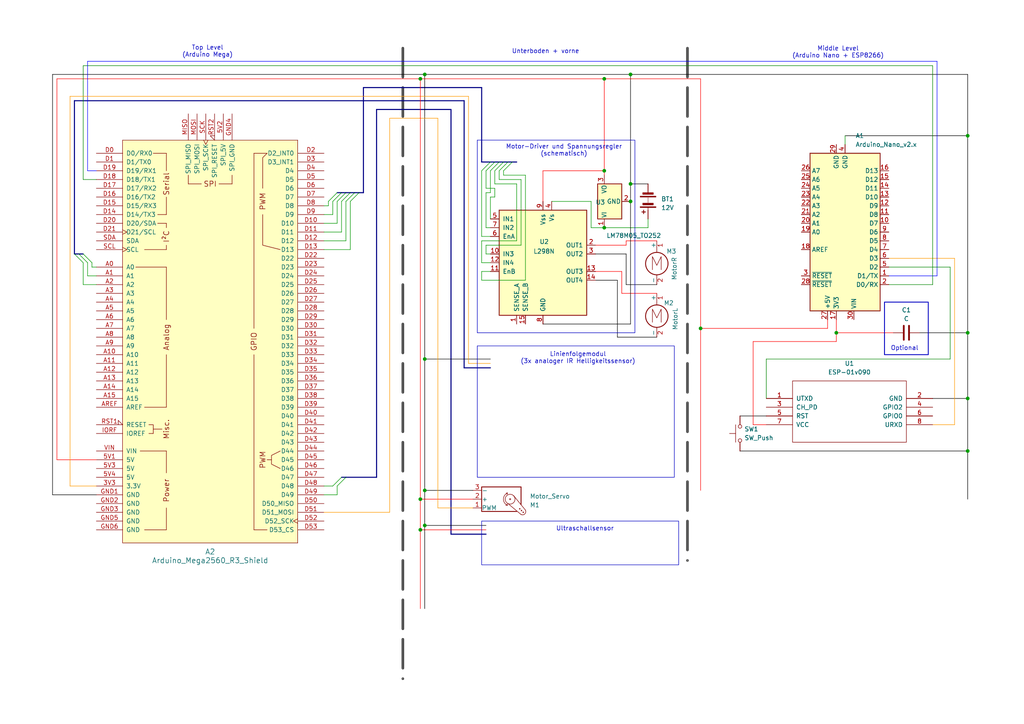
<source format=kicad_sch>
(kicad_sch (version 20231120) (generator "eeschema") (generator_version "8.0")
  (paper "A4")
  (title_block (title "PiXCar Verkabelung") (rev "2024-06-19"))
  (lib_symbols
    (symbol "Device:Battery" (pin_numbers hide) (pin_names (offset 0) hide)
      (property "Reference" "BT" (at 2.54 2.54 0))
      (property "Value" "Battery" (at 2.54 0 0))
      (symbol "Battery_0_1"
        (rectangle (start -2.286 -1.27) (end 2.286 -1.524) (fill (type outline)))
        (rectangle (start -2.286 1.778) (end 2.286 1.524) (fill (type outline)))
        (rectangle (start -1.524 -2.032) (end 1.524 -2.54) (fill (type outline)))
        (rectangle (start -1.524 1.016) (end 1.524 0.508) (fill (type outline)))
        (polyline (pts (xy 0 -1.016) (xy 0 -0.762)))
        (polyline (pts (xy 0 -0.508) (xy 0 -0.254)))
        (polyline (pts (xy 0 0) (xy 0 0.254)))
        (polyline (pts (xy 0 1.778) (xy 0 2.54)))
        (polyline (pts (xy 0.762 3.048) (xy 1.778 3.048)) (stroke (width 0.254)))
        (polyline (pts (xy 1.27 3.556) (xy 1.27 2.54)) (stroke (width 0.254)))
      )
      (symbol "Battery_1_1"
        (pin passive line (at 0 5.08 270) (length 2.54) (name "+") (number "1"))
        (pin passive line (at 0 -5.08 90) (length 2.54) (name "-") (number "2"))
      )
    )
    (symbol "Device:C" (pin_numbers hide) (pin_names (offset 0.254))
      (property "Reference" "C" (at 0.635 2.54 0))
      (property "Value" "C" (at 0.635 -2.54 0))
      (symbol "C_0_1"
        (polyline (pts (xy -2.032 -0.762) (xy 2.032 -0.762)) (stroke (width 0.508)))
        (polyline (pts (xy -2.032 0.762) (xy 2.032 0.762)) (stroke (width 0.508)))
      )
      (symbol "C_1_1"
        (pin passive line (at 0 3.81 270) (length 2.794) (name "~") (number "1"))
        (pin passive line (at 0 -3.81 90) (length 2.794) (name "~") (number "2"))
      )
    )
    (symbol "Driver_Motor:L298N" (pin_names (offset 1.016))
      (property "Reference" "U" (at -10.16 16.51 0))
      (property "Value" "L298N" (at 12.7 16.51 0))
      (symbol "L298N_0_1"
        (rectangle (start -12.7 15.24) (end 12.7 -15.24) (stroke (width 0.254)) (fill (type background)))
      )
      (symbol "L298N_1_1"
        (pin power_in line (at -7.62 -17.78 90) (length 2.54) (name "SENSE_A") (number "1"))
        (pin input line (at -15.24 2.54 0) (length 2.54) (name "IN3") (number "10"))
        (pin input line (at -15.24 -2.54 0) (length 2.54) (name "EnB") (number "11"))
        (pin input line (at -15.24 0 0) (length 2.54) (name "IN4") (number "12"))
        (pin output line (at 15.24 -2.54 180) (length 2.54) (name "OUT3") (number "13"))
        (pin output line (at 15.24 -5.08 180) (length 2.54) (name "OUT4") (number "14"))
        (pin power_in line (at -5.08 -17.78 90) (length 2.54) (name "SENSE_B") (number "15"))
        (pin output line (at 15.24 5.08 180) (length 2.54) (name "OUT1") (number "2"))
        (pin output line (at 15.24 2.54 180) (length 2.54) (name "OUT2") (number "3"))
        (pin power_in line (at 2.54 17.78 270) (length 2.54) (name "Vs") (number "4"))
        (pin input line (at -15.24 12.7 0) (length 2.54) (name "IN1") (number "5"))
        (pin input line (at -15.24 7.62 0) (length 2.54) (name "EnA") (number "6"))
        (pin input line (at -15.24 10.16 0) (length 2.54) (name "IN2") (number "7"))
        (pin power_in line (at 0 -17.78 90) (length 2.54) (name "GND") (number "8"))
        (pin power_in line (at 0 17.78 270) (length 2.54) (name "Vss") (number "9"))
      )
    )
    (symbol "GITHUB_kicad-ESP8266:ESP-01v090" (pin_names (offset 1.016))
      (property "Reference" "U" (at 0 -2.54 0))
      (property "Value" "ESP-01v090" (at 0 2.54 0))
      (symbol "ESP-01v090_1_0"
        (rectangle (start -16.51 -8.89) (end 16.51 8.89))
      )
      (symbol "ESP-01v090_1_1"
        (pin output line (at -24.13 3.81 0) (length 7.62) (name "UTXD") (number "1"))
        (pin power_in line (at 24.13 3.81 180) (length 7.62) (name "GND") (number "2"))
        (pin input line (at -24.13 1.27 0) (length 7.62) (name "CH_PD") (number "3"))
        (pin tri_state line (at 24.13 1.27 180) (length 7.62) (name "GPIO2") (number "4"))
        (pin input line (at -24.13 -1.27 0) (length 7.62) (name "RST") (number "5"))
        (pin tri_state line (at 24.13 -1.27 180) (length 7.62) (name "GPIO0") (number "6"))
        (pin power_in line (at -24.13 -3.81 0) (length 7.62) (name "VCC") (number "7"))
        (pin input line (at 24.13 -3.81 180) (length 7.62) (name "URXD") (number "8"))
      )
    )
    (symbol "MCU_Module:Arduino_Nano_v2.x"
      (property "Reference" "A" (at -10.16 23.495 0))
      (property "Value" "Arduino_Nano_v2.x" (at 5.08 -24.13 0))
      (symbol "Arduino_Nano_v2.x_0_1"
        (rectangle (start -10.16 22.86) (end 10.16 -22.86) (stroke (width 0.254)) (fill (type background)))
      )
      (symbol "Arduino_Nano_v2.x_1_1"
        (pin bidirectional line (at -12.7 12.7 0) (length 2.54) (name "D1/TX") (number "1"))
        (pin bidirectional line (at -12.7 -2.54 0) (length 2.54) (name "D7") (number "10"))
        (pin bidirectional line (at -12.7 -5.08 0) (length 2.54) (name "D8") (number "11"))
        (pin bidirectional line (at -12.7 -7.62 0) (length 2.54) (name "D9") (number "12"))
        (pin bidirectional line (at -12.7 -10.16 0) (length 2.54) (name "D10") (number "13"))
        (pin bidirectional line (at -12.7 -12.7 0) (length 2.54) (name "D11") (number "14"))
        (pin bidirectional line (at -12.7 -15.24 0) (length 2.54) (name "D12") (number "15"))
        (pin bidirectional line (at -12.7 -17.78 0) (length 2.54) (name "D13") (number "16"))
        (pin power_out line (at 2.54 25.4 270) (length 2.54) (name "3V3") (number "17"))
        (pin input line (at 12.7 5.08 180) (length 2.54) (name "AREF") (number "18"))
        (pin bidirectional line (at 12.7 0 180) (length 2.54) (name "A0") (number "19"))
        (pin bidirectional line (at -12.7 15.24 0) (length 2.54) (name "D0/RX") (number "2"))
        (pin bidirectional line (at 12.7 -2.54 180) (length 2.54) (name "A1") (number "20"))
        (pin bidirectional line (at 12.7 -5.08 180) (length 2.54) (name "A2") (number "21"))
        (pin bidirectional line (at 12.7 -7.62 180) (length 2.54) (name "A3") (number "22"))
        (pin bidirectional line (at 12.7 -10.16 180) (length 2.54) (name "A4") (number "23"))
        (pin bidirectional line (at 12.7 -12.7 180) (length 2.54) (name "A5") (number "24"))
        (pin bidirectional line (at 12.7 -15.24 180) (length 2.54) (name "A6") (number "25"))
        (pin bidirectional line (at 12.7 -17.78 180) (length 2.54) (name "A7") (number "26"))
        (pin power_out line (at 5.08 25.4 270) (length 2.54) (name "+5V") (number "27"))
        (pin input line (at 12.7 15.24 180) (length 2.54) (name "~{RESET}") (number "28"))
        (pin power_in line (at 2.54 -25.4 90) (length 2.54) (name "GND") (number "29"))
        (pin input line (at 12.7 12.7 180) (length 2.54) (name "~{RESET}") (number "3"))
        (pin power_in line (at -2.54 25.4 270) (length 2.54) (name "VIN") (number "30"))
        (pin power_in line (at 0 -25.4 90) (length 2.54) (name "GND") (number "4"))
        (pin bidirectional line (at -12.7 10.16 0) (length 2.54) (name "D2") (number "5"))
        (pin bidirectional line (at -12.7 7.62 0) (length 2.54) (name "D3") (number "6"))
        (pin bidirectional line (at -12.7 5.08 0) (length 2.54) (name "D4") (number "7"))
        (pin bidirectional line (at -12.7 2.54 0) (length 2.54) (name "D5") (number "8"))
        (pin bidirectional line (at -12.7 0 0) (length 2.54) (name "D6") (number "9"))
      )
    )
    (symbol "Motor:Motor_DC" (pin_names (offset 0))
      (property "Reference" "M" (at 2.54 2.54 0))
      (property "Value" "Motor_DC" (at 2.54 -5.08 0))
      (symbol "Motor_DC_0_0"
        (polyline (pts (xy -1.27 -3.302) (xy -1.27 0.508) (xy 0 -2.032) (xy 1.27 0.508) (xy 1.27 -3.302)))
      )
      (symbol "Motor_DC_0_1"
        (circle (center 0 -1.524) (radius 3.2512) (stroke (width 0.254)))
        (polyline (pts (xy 0 -7.62) (xy 0 -7.112)))
        (polyline (pts (xy 0 -4.7752) (xy 0 -5.1816)))
        (polyline (pts (xy 0 1.7272) (xy 0 2.0828)))
        (polyline (pts (xy 0 2.032) (xy 0 2.54)))
      )
      (symbol "Motor_DC_1_1"
        (pin passive line (at 0 5.08 270) (length 2.54) (name "+") (number "1"))
        (pin passive line (at 0 -7.62 90) (length 2.54) (name "-") (number "2"))
      )
    )
    (symbol "Motor:Motor_Servo" (pin_names (offset 0.0254))
      (property "Reference" "M" (at -5.08 4.445 0))
      (property "Value" "Motor_Servo" (at -5.08 -4.064 0))
      (symbol "Motor_Servo_0_1"
        (polyline (pts (xy 2.413 -1.778) (xy 2.032 -1.778)))
        (polyline (pts (xy 2.413 -1.778) (xy 2.286 -1.397)))
        (polyline (pts (xy 2.413 1.778) (xy 1.905 1.778)))
        (polyline (pts (xy 2.413 1.778) (xy 2.286 1.397)))
        (polyline (pts (xy 6.35 4.445) (xy 2.54 1.27)))
        (polyline (pts (xy 7.62 3.175) (xy 4.191 -1.016)))
        (polyline (pts (xy 5.08 3.556) (xy -5.08 3.556) (xy -5.08 -3.556) (xy 6.35 -3.556) (xy 6.35 1.524)) (stroke (width 0.254)))
        (arc (start 2.413 1.778) (mid 1.2406 0) (end 2.413 -1.778))
        (circle (center 3.175 0) (radius 0.1778))
        (circle (center 3.175 0) (radius 1.4224))
        (circle (center 5.969 2.794) (radius 0.127))
        (circle (center 6.477 3.302) (radius 0.127))
        (circle (center 6.985 3.81) (radius 0.127))
        (arc (start 7.62 3.175) (mid 7.4485 4.2735) (end 6.35 4.445))
      )
      (symbol "Motor_Servo_1_1"
        (pin passive line (at -7.62 2.54 0) (length 2.54) (name "PWM") (number "1"))
        (pin passive line (at -7.62 0 0) (length 2.54) (name "+") (number "2"))
        (pin passive line (at -7.62 -2.54 0) (length 2.54) (name "-") (number "3"))
      )
    )
    (symbol "PCM_arduino-library:Arduino_Mega2560_R3_Shield" (pin_names (offset 1.016))
      (property "Reference" "A" (at 0 -62.23 0))
      (property "Value" "Arduino_Mega2560_R3_Shield" (at 0 -66.04 0))
      (symbol "Arduino_Mega2560_R3_Shield_0_0"
        (rectangle (start -25.4 -58.42) (end 25.4 58.42) (fill (type background)))
        (rectangle (start -20.32 -31.75) (end -12.7 -31.75))
        (rectangle (start -19.05 -54.61) (end -12.7 -54.61))
        (rectangle (start -19.05 -19.05) (end -12.7 -19.05))
        (rectangle (start -19.05 26.67) (end -12.7 26.67))
        (rectangle (start -17.78 -26.67) (end -16.51 -26.67))
        (rectangle (start -17.78 -24.13) (end -16.51 -24.13))
        (rectangle (start -16.51 -25.4) (end -13.97 -25.4))
        (rectangle (start -16.51 -24.13) (end -16.51 -26.67))
        (rectangle (start -16.51 54.61) (end -12.7 54.61))
        (rectangle (start -15.24 34.29) (end -12.7 34.29))
        (rectangle (start -15.24 36.83) (end -12.7 36.83))
        (rectangle (start -12.7 -54.61) (end -12.7 -48.26))
        (rectangle (start -12.7 -31.75) (end -12.7 -38.1))
        (rectangle (start -12.7 26.67) (end -12.7 27.94))
        (rectangle (start -12.7 34.29) (end -12.7 33.02))
        (rectangle (start -12.7 41.91) (end -12.7 36.83))
        (rectangle (start -12.7 49.53) (end -12.7 54.61))
        (rectangle (start -6.35 48.26) (end -6.35 45.72))
        (rectangle (start -2.54 45.72) (end -6.35 45.72))
        (polyline (pts (xy -21.59 21.59) (xy -12.7 21.59)))
        (polyline (pts (xy -12.7 -19.05) (xy -12.7 -3.81)))
        (polyline (pts (xy -12.7 6.35) (xy -12.7 21.59)))
        (polyline (pts (xy 12.7 -54.61) (xy 16.51 -54.61)))
        (polyline (pts (xy 12.7 54.61) (xy 16.51 54.61)))
        (polyline (pts (xy 17.78 -34.29) (xy 16.51 -34.29)))
        (polyline (pts (xy 15.24 36.83) (xy 15.24 27.94) (xy 20.32 26.67)))
        (polyline (pts (xy 15.24 44.45) (xy 15.24 53.34) (xy 16.51 54.61)))
        (polyline (pts (xy 20.32 -31.75) (xy 17.78 -33.02) (xy 17.78 -35.56) (xy 20.32 -36.83)))
        (rectangle (start 6.35 45.72) (end 2.54 45.72))
        (rectangle (start 6.35 48.26) (end 6.35 45.72))
        (text "Analog" (at -12.7 1.27 900) (effects (font (size 1.524 1.524))))
        (text "I²C" (at -12.7 30.48 900) (effects (font (size 1.524 1.524))))
        (text "Misc." (at -12.7 -25.4 900) (effects (font (size 1.524 1.524))))
        (text "Power" (at -12.7 -43.18 900) (effects (font (size 1.524 1.524))))
        (text "PWM" (at 15.24 -34.29 900) (effects (font (size 1.524 1.524))))
        (text "PWM" (at 15.24 40.64 900) (effects (font (size 1.524 1.524))))
        (text "Serial" (at -12.7 45.72 900) (effects (font (size 1.524 1.524))))
        (text "SPI" (at 0 45.72 0) (effects (font (size 1.524 1.524))))
      )
      (symbol "Arduino_Mega2560_R3_Shield_1_0"
        (rectangle (start 12.7 -54.61) (end 12.7 -3.81))
        (rectangle (start 12.7 54.61) (end 12.7 3.81))
        (text "GPIO" (at 12.7 0 900) (effects (font (size 1.524 1.524))))
      )
      (symbol "Arduino_Mega2560_R3_Shield_1_1"
        (pin power_out line (at -33.02 -41.91 0) (length 7.62) (name "3.3V") (number "3V3"))
        (pin power_in line (at -33.02 -34.29 0) (length 7.62) (name "5V") (number "5V1"))
        (pin power_in line (at 3.81 66.04 270) (length 7.62) (name "SPI_5V") (number "5V2"))
        (pin power_in line (at -33.02 -36.83 0) (length 7.62) (name "5V") (number "5V3"))
        (pin power_in line (at -33.02 -39.37 0) (length 7.62) (name "5V") (number "5V4"))
        (pin bidirectional line (at -33.02 21.59 0) (length 7.62) (name "A0") (number "A0"))
        (pin bidirectional line (at -33.02 19.05 0) (length 7.62) (name "A1") (number "A1"))
        (pin bidirectional line (at -33.02 -3.81 0) (length 7.62) (name "A10") (number "A10"))
        (pin bidirectional line (at -33.02 -6.35 0) (length 7.62) (name "A11") (number "A11"))
        (pin bidirectional line (at -33.02 -8.89 0) (length 7.62) (name "A12") (number "A12"))
        (pin bidirectional line (at -33.02 -11.43 0) (length 7.62) (name "A13") (number "A13"))
        (pin bidirectional line (at -33.02 -13.97 0) (length 7.62) (name "A14") (number "A14"))
        (pin bidirectional line (at -33.02 -16.51 0) (length 7.62) (name "A15") (number "A15"))
        (pin bidirectional line (at -33.02 16.51 0) (length 7.62) (name "A2") (number "A2"))
        (pin bidirectional line (at -33.02 13.97 0) (length 7.62) (name "A3") (number "A3"))
        (pin bidirectional line (at -33.02 11.43 0) (length 7.62) (name "A4") (number "A4"))
        (pin bidirectional line (at -33.02 8.89 0) (length 7.62) (name "A5") (number "A5"))
        (pin bidirectional line (at -33.02 6.35 0) (length 7.62) (name "A6") (number "A6"))
        (pin bidirectional line (at -33.02 3.81 0) (length 7.62) (name "A7") (number "A7"))
        (pin bidirectional line (at -33.02 1.27 0) (length 7.62) (name "A8") (number "A8"))
        (pin bidirectional line (at -33.02 -1.27 0) (length 7.62) (name "A9") (number "A9"))
        (pin input line (at -33.02 -19.05 0) (length 7.62) (name "AREF") (number "AREF"))
        (pin bidirectional line (at -33.02 54.61 0) (length 7.62) (name "D0/RX0") (number "D0"))
        (pin bidirectional line (at -33.02 52.07 0) (length 7.62) (name "D1/TX0") (number "D1"))
        (pin bidirectional line (at 33.02 34.29 180) (length 7.62) (name "D10") (number "D10"))
        (pin bidirectional line (at 33.02 31.75 180) (length 7.62) (name "D11") (number "D11"))
        (pin bidirectional line (at 33.02 29.21 180) (length 7.62) (name "D12") (number "D12"))
        (pin bidirectional line (at 33.02 26.67 180) (length 7.62) (name "D13") (number "D13"))
        (pin bidirectional line (at -33.02 36.83 0) (length 7.62) (name "D14/TX3") (number "D14"))
        (pin bidirectional line (at -33.02 39.37 0) (length 7.62) (name "D15/RX3") (number "D15"))
        (pin bidirectional line (at -33.02 41.91 0) (length 7.62) (name "D16/TX2") (number "D16"))
        (pin bidirectional line (at -33.02 44.45 0) (length 7.62) (name "D17/RX2") (number "D17"))
        (pin bidirectional line (at -33.02 46.99 0) (length 7.62) (name "D18/TX1") (number "D18"))
        (pin bidirectional line (at -33.02 49.53 0) (length 7.62) (name "D19/RX1") (number "D19"))
        (pin bidirectional line (at 33.02 54.61 180) (length 7.62) (name "D2_INT0") (number "D2"))
        (pin bidirectional line (at -33.02 34.29 0) (length 7.62) (name "D20/SDA") (number "D20"))
        (pin bidirectional clock (at -33.02 31.75 0) (length 7.62) (name "D21/SCL") (number "D21"))
        (pin bidirectional line (at 33.02 24.13 180) (length 7.62) (name "D22") (number "D22"))
        (pin bidirectional line (at 33.02 21.59 180) (length 7.62) (name "D23") (number "D23"))
        (pin bidirectional line (at 33.02 19.05 180) (length 7.62) (name "D24") (number "D24"))
        (pin bidirectional line (at 33.02 16.51 180) (length 7.62) (name "D25") (number "D25"))
        (pin bidirectional line (at 33.02 13.97 180) (length 7.62) (name "D26") (number "D26"))
        (pin bidirectional line (at 33.02 11.43 180) (length 7.62) (name "D27") (number "D27"))
        (pin bidirectional line (at 33.02 8.89 180) (length 7.62) (name "D28") (number "D28"))
        (pin bidirectional line (at 33.02 6.35 180) (length 7.62) (name "D29") (number "D29"))
        (pin bidirectional line (at 33.02 52.07 180) (length 7.62) (name "D3_INT1") (number "D3"))
        (pin bidirectional line (at 33.02 3.81 180) (length 7.62) (name "D30") (number "D30"))
        (pin bidirectional line (at 33.02 1.27 180) (length 7.62) (name "D31") (number "D31"))
        (pin bidirectional line (at 33.02 -1.27 180) (length 7.62) (name "D32") (number "D32"))
        (pin bidirectional line (at 33.02 -3.81 180) (length 7.62) (name "D33") (number "D33"))
        (pin bidirectional line (at 33.02 -6.35 180) (length 7.62) (name "D34") (number "D34"))
        (pin bidirectional line (at 33.02 -8.89 180) (length 7.62) (name "D35") (number "D35"))
        (pin bidirectional line (at 33.02 -11.43 180) (length 7.62) (name "D36") (number "D36"))
        (pin bidirectional line (at 33.02 -13.97 180) (length 7.62) (name "D37") (number "D37"))
        (pin bidirectional line (at 33.02 -16.51 180) (length 7.62) (name "D38") (number "D38"))
        (pin bidirectional line (at 33.02 -19.05 180) (length 7.62) (name "D39") (number "D39"))
        (pin bidirectional line (at 33.02 49.53 180) (length 7.62) (name "D4") (number "D4"))
        (pin bidirectional line (at 33.02 -21.59 180) (length 7.62) (name "D40") (number "D40"))
        (pin bidirectional line (at 33.02 -24.13 180) (length 7.62) (name "D41") (number "D41"))
        (pin bidirectional line (at 33.02 -26.67 180) (length 7.62) (name "D42") (number "D42"))
        (pin bidirectional line (at 33.02 -29.21 180) (length 7.62) (name "D43") (number "D43"))
        (pin bidirectional line (at 33.02 -31.75 180) (length 7.62) (name "D44") (number "D44"))
        (pin bidirectional line (at 33.02 -34.29 180) (length 7.62) (name "D45") (number "D45"))
        (pin bidirectional line (at 33.02 -36.83 180) (length 7.62) (name "D46") (number "D46"))
        (pin bidirectional line (at 33.02 -39.37 180) (length 7.62) (name "D47") (number "D47"))
        (pin bidirectional line (at 33.02 -41.91 180) (length 7.62) (name "D48") (number "D48"))
        (pin bidirectional line (at 33.02 -44.45 180) (length 7.62) (name "D49") (number "D49"))
        (pin bidirectional line (at 33.02 46.99 180) (length 7.62) (name "D5") (number "D5"))
        (pin bidirectional line (at 33.02 -46.99 180) (length 7.62) (name "D50_MISO") (number "D50"))
        (pin bidirectional line (at 33.02 -49.53 180) (length 7.62) (name "D51_MOSI") (number "D51"))
        (pin bidirectional clock (at 33.02 -52.07 180) (length 7.62) (name "D52_SCK") (number "D52"))
        (pin bidirectional line (at 33.02 -54.61 180) (length 7.62) (name "D53_CS") (number "D53"))
        (pin bidirectional line (at 33.02 44.45 180) (length 7.62) (name "D6") (number "D6"))
        (pin bidirectional line (at 33.02 41.91 180) (length 7.62) (name "D7") (number "D7"))
        (pin bidirectional line (at 33.02 39.37 180) (length 7.62) (name "D8") (number "D8"))
        (pin bidirectional line (at 33.02 36.83 180) (length 7.62) (name "D9") (number "D9"))
        (pin power_in line (at -33.02 -44.45 0) (length 7.62) (name "GND") (number "GND1"))
        (pin power_in line (at -33.02 -46.99 0) (length 7.62) (name "GND") (number "GND2"))
        (pin power_in line (at -33.02 -49.53 0) (length 7.62) (name "GND") (number "GND3"))
        (pin power_in line (at 6.35 66.04 270) (length 7.62) (name "SPI_GND") (number "GND4"))
        (pin power_in line (at -33.02 -52.07 0) (length 7.62) (name "GND") (number "GND5"))
        (pin power_in line (at -33.02 -54.61 0) (length 7.62) (name "GND") (number "GND6"))
        (pin output line (at -33.02 -26.67 0) (length 7.62) (name "IOREF") (number "IORF"))
        (pin input line (at -6.35 66.04 270) (length 7.62) (name "SPI_MISO") (number "MISO"))
        (pin output line (at -3.81 66.04 270) (length 7.62) (name "SPI_MOSI") (number "MOSI"))
        (pin open_collector input_low (at -33.02 -24.13 0) (length 7.62) (name "RESET") (number "RST1"))
        (pin open_collector input_low (at 1.27 66.04 270) (length 7.62) (name "SPI_RESET") (number "RST2"))
        (pin output clock (at -1.27 66.04 270) (length 7.62) (name "SPI_SCK") (number "SCK"))
        (pin bidirectional clock (at -33.02 26.67 0) (length 7.62) (name "SCL") (number "SCL"))
        (pin bidirectional line (at -33.02 29.21 0) (length 7.62) (name "SDA") (number "SDA"))
        (pin power_in line (at -33.02 -31.75 0) (length 7.62) (name "VIN") (number "VIN"))
      )
    )
    (symbol "Regulator_Linear:LM78M05_TO252" (pin_names (offset 0.254))
      (property "Reference" "U" (at -3.81 3.175 0))
      (property "Value" "LM78M05_TO252" (at 0 3.175 0))
      (symbol "LM78M05_TO252_0_1"
        (rectangle (start -5.08 1.905) (end 5.08 -5.08) (stroke (width 0.254)) (fill (type background)))
      )
      (symbol "LM78M05_TO252_1_1"
        (pin power_in line (at -7.62 0 0) (length 2.54) (name "VI") (number "1"))
        (pin power_in line (at 0 -7.62 90) (length 2.54) (name "GND") (number "2"))
        (pin power_out line (at 7.62 0 180) (length 2.54) (name "VO") (number "3"))
      )
    )
    (symbol "Switch:SW_Push" (pin_numbers hide) (pin_names (offset 1.016) hide)
      (property "Reference" "SW" (at 1.27 2.54 0))
      (property "Value" "SW_Push" (at 0 -1.524 0))
      (symbol "SW_Push_0_1"
        (circle (center -2.032 0) (radius 0.508))
        (polyline (pts (xy 0 1.27) (xy 0 3.048)))
        (polyline (pts (xy 2.54 1.27) (xy -2.54 1.27)))
        (circle (center 2.032 0) (radius 0.508))
        (pin passive line (at -5.08 0 0) (length 2.54) (name "1") (number "1"))
        (pin passive line (at 5.08 0 180) (length 2.54) (name "2") (number "2"))
      )
    )
  )
  (junction (at 121.92 153.67))
  (junction (at 123.19 21.59))
  (junction (at 242.57 96.52))
  (junction (at 203.2 95.25))
  (junction (at 280.67 115.57))
  (junction (at 123.19 152.4))
  (junction (at 123.19 104.14))
  (junction (at 182.88 21.59))
  (junction (at 175.26 66.04))
  (junction (at 123.19 142.24))
  (junction (at 175.26 49.53))
  (junction (at 121.92 22.86))
  (junction (at 280.67 39.37))
  (junction (at 182.88 53.34))
  (junction (at 280.67 130.81))
  (junction (at 182.88 58.42))
  (junction (at 280.67 96.52))
  (junction (at 175.26 22.86))
  (junction (at 121.92 144.78))
  (bus_entry (at 97.79 55.88) (size -2.54 2.54))
  (bus_entry (at 21.59 73.66) (size 2.54 2.54))
  (bus_entry (at 22.86 73.66) (size 2.54 2.54))
  (bus_entry (at 142.24 49.53) (size 2.54 -2.54))
  (bus_entry (at 104.14 55.88) (size -2.54 2.54))
  (bus_entry (at 144.78 49.53) (size 2.54 -2.54))
  (bus_entry (at 139.7 49.53) (size 2.54 -2.54))
  (bus_entry (at 99.06 138.43) (size -2.54 2.54))
  (bus_entry (at 100.33 55.88) (size -2.54 2.54))
  (bus_entry (at 143.51 49.53) (size 2.54 -2.54))
  (bus_entry (at 140.97 49.53) (size 2.54 -2.54))
  (bus_entry (at 102.87 55.88) (size -2.54 2.54))
  (bus_entry (at 146.05 49.53) (size 2.54 -2.54))
  (bus_entry (at 100.33 138.43) (size -2.54 2.54))
  (bus_entry (at 24.13 73.66) (size 2.54 2.54))
  (bus_entry (at 99.06 55.88) (size -2.54 2.54))
  (bus_entry (at 101.6 55.88) (size -2.54 2.54))
  (wire (pts (xy 257.81 74.93) (xy 276.86 74.93)) (stroke (width 0) (color 255 153 0 1)))
  (wire (pts (xy 182.88 53.34) (xy 182.88 58.42)) (stroke (width 0) (color 0 0 0 1)))
  (wire (pts (xy 95.25 59.69) (xy 95.25 58.42)))
  (wire (pts (xy 123.19 104.14) (xy 142.24 104.14)) (stroke (width 0) (color 0 0 0 1)))
  (bus (pts (xy 134.62 106.68) (xy 142.24 106.68)))
  (wire (pts (xy 182.88 53.34) (xy 187.96 53.34)) (stroke (width 0) (color 0 0 0 1)))
  (wire (pts (xy 175.26 49.53) (xy 175.26 50.8)) (stroke (width 0) (color 255 0 0 1)))
  (bus (pts (xy 147.32 46.99) (xy 148.59 46.99)))
  (wire (pts (xy 182.88 58.42) (xy 182.88 93.98)) (stroke (width 0) (color 0 0 0 1)))
  (wire (pts (xy 24.13 19.05) (xy 270.51 19.05)) (stroke (width 0) (color 0 132 0 1)))
  (wire (pts (xy 139.7 81.28) (xy 139.7 78.74)))
  (wire (pts (xy 181.61 69.85) (xy 181.61 71.12)) (stroke (width 0) (color 255 0 0 1)))
  (wire (pts (xy 140.97 66.04) (xy 140.97 55.88)))
  (wire (pts (xy 20.32 27.94) (xy 135.89 27.94)) (stroke (width 0) (color 255 153 0 1)))
  (wire (pts (xy 25.4 17.78) (xy 25.4 49.53)) (stroke (width 0) (color 0 0 255 1)))
  (bus (pts (xy 105.41 25.4) (xy 139.7 25.4)))
  (wire (pts (xy 271.78 80.01) (xy 271.78 17.78)) (stroke (width 0) (color 0 0 255 1)))
  (wire (pts (xy 257.81 80.01) (xy 271.78 80.01)) (stroke (width 0) (color 0 0 255 1)))
  (bus (pts (xy 142.24 46.99) (xy 143.51 46.99)))
  (wire (pts (xy 93.98 64.77) (xy 97.79 64.77)))
  (wire (pts (xy 24.13 76.2) (xy 24.13 82.55)))
  (wire (pts (xy 160.02 58.42) (xy 171.45 58.42)))
  (wire (pts (xy 15.24 21.59) (xy 15.24 143.51)) (stroke (width 0) (color 0 0 0 1)))
  (wire (pts (xy 175.26 66.04) (xy 187.96 66.04)))
  (wire (pts (xy 280.67 130.81) (xy 280.67 144.78)) (stroke (width 0) (color 0 0 0 1)))
  (wire (pts (xy 135.89 105.41) (xy 142.24 105.41)) (stroke (width 0) (color 255 153 0 1)))
  (wire (pts (xy 93.98 59.69) (xy 95.25 59.69)))
  (wire (pts (xy 151.13 71.12) (xy 140.97 71.12)))
  (wire (pts (xy 121.92 153.67) (xy 140.97 153.67)) (stroke (width 0) (color 255 0 0 1)))
  (bus (pts (xy 102.87 55.88) (xy 104.14 55.88)))
  (wire (pts (xy 25.4 49.53) (xy 27.94 49.53)) (stroke (width 0) (color 0 0 255 1)))
  (polyline (pts (xy 199.39 13.97) (xy 199.39 162.56)) (stroke (width 0.762) (type dash) (color 72 72 72 1)))
  (wire (pts (xy 140.97 55.88) (xy 142.24 55.88)))
  (wire (pts (xy 245.11 39.37) (xy 280.67 39.37)) (stroke (width 0) (color 0 0 0 1)))
  (bus (pts (xy 22.86 73.66) (xy 21.59 73.66)))
  (bus (pts (xy 24.13 73.66) (xy 22.86 73.66)))
  (wire (pts (xy 143.51 57.15) (xy 142.24 57.15)))
  (wire (pts (xy 181.61 73.66) (xy 172.72 73.66)) (stroke (width 0) (color 0 0 0 1)))
  (wire (pts (xy 140.97 54.61) (xy 143.51 54.61)))
  (wire (pts (xy 222.25 104.14) (xy 222.25 115.57)) (stroke (width 0) (color 0 132 0 1)))
  (wire (pts (xy 151.13 52.07) (xy 151.13 71.12)))
  (bus (pts (xy 148.59 46.99) (xy 149.86 46.99)))
  (wire (pts (xy 280.67 96.52) (xy 280.67 115.57)) (stroke (width 0) (color 0 0 0 1)))
  (wire (pts (xy 157.48 49.53) (xy 157.48 58.42)) (stroke (width 0) (color 255 0 0 1)))
  (wire (pts (xy 16.51 22.86) (xy 16.51 133.35)) (stroke (width 0) (color 255 0 0 1)))
  (wire (pts (xy 127 34.29) (xy 113.03 34.29)) (stroke (width 0) (color 255 153 0 1)))
  (bus (pts (xy 100.33 138.43) (xy 109.22 138.43)))
  (wire (pts (xy 218.44 123.19) (xy 222.25 123.19)) (stroke (width 0) (color 255 0 0 1)))
  (wire (pts (xy 179.07 81.28) (xy 172.72 81.28)) (stroke (width 0) (color 0 0 0 1)))
  (wire (pts (xy 93.98 69.85) (xy 100.33 69.85)))
  (wire (pts (xy 182.88 93.98) (xy 157.48 93.98)) (stroke (width 0) (color 0 0 0 1)))
  (wire (pts (xy 142.24 49.53) (xy 142.24 55.88)))
  (wire (pts (xy 27.94 77.47) (xy 26.67 77.47)))
  (wire (pts (xy 242.57 92.71) (xy 242.57 96.52)) (stroke (width 0) (color 255 0 0 1)))
  (wire (pts (xy 280.67 21.59) (xy 280.67 39.37)) (stroke (width 0) (color 0 0 0 1)))
  (wire (pts (xy 190.5 69.85) (xy 181.61 69.85)) (stroke (width 0) (color 255 0 0 1)))
  (wire (pts (xy 146.05 50.8) (xy 152.4 50.8)))
  (wire (pts (xy 96.52 58.42) (xy 96.52 62.23)))
  (wire (pts (xy 97.79 143.51) (xy 93.98 143.51)))
  (wire (pts (xy 149.86 53.34) (xy 149.86 69.85)))
  (wire (pts (xy 146.05 49.53) (xy 146.05 50.8)))
  (wire (pts (xy 142.24 57.15) (xy 142.24 63.5)))
  (wire (pts (xy 139.7 78.74) (xy 142.24 78.74)))
  (wire (pts (xy 140.97 49.53) (xy 140.97 54.61)))
  (wire (pts (xy 127 147.32) (xy 137.16 147.32)) (stroke (width 0) (color 255 153 0 1)))
  (wire (pts (xy 93.98 67.31) (xy 99.06 67.31)))
  (wire (pts (xy 123.19 21.59) (xy 182.88 21.59)) (stroke (width 0) (color 0 0 0 1)))
  (bus (pts (xy 21.59 73.66) (xy 21.59 29.21)))
  (wire (pts (xy 97.79 140.97) (xy 97.79 143.51)))
  (wire (pts (xy 270.51 123.19) (xy 276.86 123.19)) (stroke (width 0) (color 255 153 0 1)))
  (wire (pts (xy 24.13 82.55) (xy 27.94 82.55)))
  (wire (pts (xy 270.51 115.57) (xy 280.67 115.57)) (stroke (width 0) (color 0 0 0 1)))
  (wire (pts (xy 143.51 49.53) (xy 143.51 53.34)))
  (wire (pts (xy 135.89 27.94) (xy 135.89 105.41)) (stroke (width 0) (color 255 153 0 1)))
  (wire (pts (xy 280.67 115.57) (xy 280.67 130.81)) (stroke (width 0) (color 0 0 0 1)))
  (wire (pts (xy 15.24 21.59) (xy 123.19 21.59)) (stroke (width 0) (color 0 0 0 1)))
  (wire (pts (xy 152.4 50.8) (xy 152.4 81.28)))
  (bus (pts (xy 104.14 55.88) (xy 105.41 55.88)))
  (wire (pts (xy 26.67 77.47) (xy 26.67 76.2)))
  (wire (pts (xy 113.03 148.59) (xy 93.98 148.59)) (stroke (width 0) (color 255 153 0 1)))
  (bus (pts (xy 101.6 55.88) (xy 102.87 55.88)))
  (wire (pts (xy 140.97 73.66) (xy 142.24 73.66)))
  (wire (pts (xy 276.86 123.19) (xy 276.86 74.93)) (stroke (width 0) (color 255 153 0 1)))
  (wire (pts (xy 123.19 104.14) (xy 123.19 142.24)) (stroke (width 0) (color 0 0 0 1)))
  (wire (pts (xy 171.45 66.04) (xy 171.45 58.42)))
  (wire (pts (xy 93.98 140.97) (xy 96.52 140.97)))
  (wire (pts (xy 143.51 53.34) (xy 149.86 53.34)))
  (wire (pts (xy 101.6 72.39) (xy 101.6 58.42)))
  (wire (pts (xy 214.63 120.65) (xy 222.25 120.65)) (stroke (width 0) (color 0 0 0 1)))
  (wire (pts (xy 180.34 78.74) (xy 172.72 78.74)) (stroke (width 0) (color 255 0 0 1)))
  (bus (pts (xy 130.81 154.94) (xy 140.97 154.94)))
  (bus (pts (xy 99.06 55.88) (xy 100.33 55.88)))
  (bus (pts (xy 109.22 31.75) (xy 130.81 31.75)))
  (wire (pts (xy 218.44 99.06) (xy 218.44 123.19)) (stroke (width 0) (color 255 0 0 1)))
  (wire (pts (xy 175.26 66.04) (xy 171.45 66.04)))
  (wire (pts (xy 270.51 82.55) (xy 270.51 19.05)) (stroke (width 0) (color 0 132 0 1)))
  (wire (pts (xy 27.94 140.97) (xy 20.32 140.97)) (stroke (width 0) (color 255 153 0 1)))
  (wire (pts (xy 121.92 144.78) (xy 137.16 144.78)) (stroke (width 0) (color 255 0 0 1)))
  (wire (pts (xy 245.11 41.91) (xy 245.11 39.37)))
  (bus (pts (xy 139.7 46.99) (xy 142.24 46.99)))
  (wire (pts (xy 144.78 49.53) (xy 144.78 52.07)))
  (wire (pts (xy 203.2 95.25) (xy 240.03 95.25)) (stroke (width 0) (color 255 0 0 1)))
  (wire (pts (xy 190.5 82.55) (xy 181.61 82.55)) (stroke (width 0) (color 0 0 0 1)))
  (wire (pts (xy 242.57 96.52) (xy 242.57 99.06)) (stroke (width 0) (color 255 0 0 1)))
  (wire (pts (xy 123.19 142.24) (xy 137.16 142.24)) (stroke (width 0) (color 0 0 0 1)))
  (wire (pts (xy 143.51 54.61) (xy 143.51 57.15)))
  (wire (pts (xy 142.24 66.04) (xy 140.97 66.04)))
  (wire (pts (xy 123.19 142.24) (xy 123.19 152.4)) (stroke (width 0) (color 0 0 0 1)))
  (wire (pts (xy 152.4 81.28) (xy 139.7 81.28)))
  (wire (pts (xy 275.59 104.14) (xy 222.25 104.14)) (stroke (width 0) (color 0 132 0 1)))
  (wire (pts (xy 190.5 85.09) (xy 180.34 85.09)) (stroke (width 0) (color 255 0 0 1)))
  (wire (pts (xy 259.08 96.52) (xy 242.57 96.52)) (stroke (width 0) (color 255 0 0 1)))
  (wire (pts (xy 93.98 62.23) (xy 96.52 62.23)))
  (wire (pts (xy 121.92 22.86) (xy 175.26 22.86)) (stroke (width 0) (color 255 0 0 1)))
  (polyline (pts (xy 116.84 13.97) (xy 116.84 196.85)) (stroke (width 0.762) (type dash) (color 72 72 72 1)))
  (wire (pts (xy 139.7 76.2) (xy 142.24 76.2)))
  (wire (pts (xy 181.61 82.55) (xy 181.61 73.66)) (stroke (width 0) (color 0 0 0 1)))
  (wire (pts (xy 157.48 49.53) (xy 175.26 49.53)) (stroke (width 0) (color 255 0 0 1)))
  (wire (pts (xy 181.61 71.12) (xy 172.72 71.12)) (stroke (width 0) (color 255 0 0 1)))
  (bus (pts (xy 21.59 29.21) (xy 134.62 29.21)))
  (wire (pts (xy 182.88 21.59) (xy 182.88 53.34)) (stroke (width 0) (color 0 0 0 1)))
  (wire (pts (xy 190.5 97.79) (xy 179.07 97.79)) (stroke (width 0) (color 0 0 0 1)))
  (wire (pts (xy 123.19 152.4) (xy 140.97 152.4)) (stroke (width 0) (color 0 0 0 1)))
  (wire (pts (xy 144.78 52.07) (xy 151.13 52.07)))
  (bus (pts (xy 134.62 29.21) (xy 134.62 106.68)))
  (wire (pts (xy 121.92 153.67) (xy 121.92 176.53)) (stroke (width 0) (color 255 0 0 1)))
  (wire (pts (xy 175.26 22.86) (xy 175.26 49.53)) (stroke (width 0) (color 255 0 0 1)))
  (wire (pts (xy 123.19 21.59) (xy 123.19 104.14)) (stroke (width 0) (color 0 0 0 1)))
  (wire (pts (xy 20.32 140.97) (xy 20.32 27.94)) (stroke (width 0) (color 255 153 0 1)))
  (bus (pts (xy 139.7 25.4) (xy 139.7 46.99)))
  (wire (pts (xy 275.59 77.47) (xy 275.59 104.14)) (stroke (width 0) (color 0 132 0 1)))
  (wire (pts (xy 15.24 143.51) (xy 27.94 143.51)) (stroke (width 0) (color 0 0 0 1)))
  (bus (pts (xy 109.22 138.43) (xy 109.22 31.75)))
  (wire (pts (xy 140.97 71.12) (xy 140.97 73.66)))
  (wire (pts (xy 257.81 82.55) (xy 270.51 82.55)) (stroke (width 0) (color 0 132 0 1)))
  (wire (pts (xy 16.51 133.35) (xy 27.94 133.35)) (stroke (width 0) (color 255 0 0 1)))
  (wire (pts (xy 175.26 22.86) (xy 203.2 22.86)) (stroke (width 0) (color 255 0 0 1)))
  (bus (pts (xy 99.06 138.43) (xy 100.33 138.43)))
  (wire (pts (xy 97.79 64.77) (xy 97.79 58.42)))
  (wire (pts (xy 257.81 77.47) (xy 275.59 77.47)) (stroke (width 0) (color 0 132 0 1)))
  (wire (pts (xy 180.34 85.09) (xy 180.34 78.74)) (stroke (width 0) (color 255 0 0 1)))
  (bus (pts (xy 146.05 46.99) (xy 147.32 46.99)))
  (bus (pts (xy 105.41 25.4) (xy 105.41 55.88)))
  (wire (pts (xy 139.7 49.53) (xy 139.7 68.58)))
  (bus (pts (xy 144.78 46.99) (xy 146.05 46.99)))
  (wire (pts (xy 123.19 152.4) (xy 123.19 176.53)) (stroke (width 0) (color 0 0 0 1)))
  (wire (pts (xy 280.67 39.37) (xy 280.67 96.52)) (stroke (width 0) (color 0 0 0 1)))
  (wire (pts (xy 121.92 144.78) (xy 121.92 153.67)) (stroke (width 0) (color 255 0 0 1)))
  (wire (pts (xy 121.92 22.86) (xy 121.92 144.78)) (stroke (width 0) (color 255 0 0 1)))
  (wire (pts (xy 25.4 17.78) (xy 271.78 17.78)) (stroke (width 0) (color 0 0 255 1)))
  (wire (pts (xy 24.13 19.05) (xy 24.13 52.07)) (stroke (width 0) (color 0 132 0 1)))
  (wire (pts (xy 242.57 99.06) (xy 218.44 99.06)) (stroke (width 0) (color 255 0 0 1)))
  (wire (pts (xy 93.98 72.39) (xy 101.6 72.39)))
  (wire (pts (xy 179.07 97.79) (xy 179.07 81.28)) (stroke (width 0) (color 0 0 0 1)))
  (bus (pts (xy 130.81 31.75) (xy 130.81 154.94)))
  (wire (pts (xy 266.7 96.52) (xy 280.67 96.52)) (stroke (width 0) (color 0 0 0 1)))
  (wire (pts (xy 25.4 80.01) (xy 27.94 80.01)))
  (bus (pts (xy 143.51 46.99) (xy 144.78 46.99)))
  (wire (pts (xy 187.96 63.5) (xy 187.96 66.04)))
  (wire (pts (xy 203.2 22.86) (xy 203.2 95.25)) (stroke (width 0) (color 255 0 0 1)))
  (wire (pts (xy 127 147.32) (xy 127 34.29)) (stroke (width 0) (color 255 153 0 1)))
  (wire (pts (xy 16.51 22.86) (xy 121.92 22.86)) (stroke (width 0) (color 255 0 0 1)))
  (wire (pts (xy 214.63 130.81) (xy 280.67 130.81)) (stroke (width 0) (color 0 0 0 1)))
  (wire (pts (xy 182.88 21.59) (xy 280.67 21.59)) (stroke (width 0) (color 0 0 0 1)))
  (wire (pts (xy 24.13 52.07) (xy 27.94 52.07)) (stroke (width 0) (color 0 132 0 1)))
  (wire (pts (xy 99.06 67.31) (xy 99.06 58.42)))
  (wire (pts (xy 203.2 95.25) (xy 203.2 142.24)) (stroke (width 0) (color 255 0 0 1)))
  (wire (pts (xy 139.7 68.58) (xy 142.24 68.58)))
  (bus (pts (xy 100.33 55.88) (xy 101.6 55.88)))
  (wire (pts (xy 149.86 69.85) (xy 139.7 69.85)))
  (wire (pts (xy 139.7 69.85) (xy 139.7 76.2)))
  (wire (pts (xy 100.33 69.85) (xy 100.33 58.42)))
  (bus (pts (xy 97.79 55.88) (xy 99.06 55.88)))
  (wire (pts (xy 113.03 34.29) (xy 113.03 148.59)) (stroke (width 0) (color 255 153 0 1)))
  (wire (pts (xy 25.4 76.2) (xy 25.4 80.01)))
  (wire (pts (xy 240.03 92.71) (xy 240.03 95.25)) (stroke (width 0) (color 255 0 0 1)))
  (rectangle (start 256.54 87.63) (end 269.24 102.87) (stroke (width 0.254)))
  (rectangle (start 139.7 151.13) (end 196.85 163.83))
  (rectangle (start 138.43 40.64) (end 184.15 96.52))
  (rectangle (start 138.43 100.33) (end 195.58 138.43))
  (text "Top Level\n(Arduino Mega)" (at 60.198 14.986 0) (effects (font (size 1.27 1.27))))
  (text "Ultraschallsensor\n" (at 169.672 153.416 0) (effects (font (size 1.27 1.27))))
  (text "Optional" (at 262.382 101.092 0) (effects (font (size 1.27 1.27))))
  (text "Unterboden + vorne" (at 158.242 14.986 0) (effects (font (size 1.27 1.27))))
  (text "Motor-Driver und Spannungsregler\n(schematisch)" (exclude_from_sim yes) (at 163.576 43.688 0) (effects (font (size 1.27 1.27))))
  (text "Middle Level\n(Arduino Nano + ESP8266)" (at 243.078 15.24 0) (effects (font (size 1.27 1.27))))
  (text "Linienfolgemodul\n(3x analoger IR Helligkeitssensor)" (at 167.64 103.886 0) (effects (font (size 1.27 1.27))))
  (symbol (lib_id "MCU_Module:Arduino_Nano_v2.x") (at 245.11 67.31 180) (unit 1)
    (property "Reference" "A1" (at 248.1265 39.37 0) (effects (justify right)))
    (property "Value" "Arduino_Nano_v2.x" (at 248.1265 41.91 0) (effects (justify right)))
    (property "Footprint" "Module:Arduino_Nano" (effects (hide yes)))
    (property "Datasheet" "https://www.arduino.cc/en/uploads/Main/ArduinoNanoManual23.pdf" (effects (hide yes)))
    (property "Description" "Arduino Nano v2.x" (effects (hide yes)))
  )
  (symbol (lib_id "PCM_arduino-library:Arduino_Mega2560_R3_Shield") (at 60.96 99.06 0) (unit 1)
    (property "Reference" "A2" (at 60.96 160.02 0) (effects (font (size 1.524 1.524))))
    (property "Value" "Arduino_Mega2560_R3_Shield" (at 60.96 162.56 0) (effects (font (size 1.524 1.524))))
    (property "Footprint" "PCM_arduino-library:Arduino_Mega2560_R3_Shield" (effects (hide yes)))
    (property "Datasheet" "https://docs.arduino.cc/hardware/mega-2560" (effects (hide yes)))
    (property "Description" "Shield for Arduino Mega 2560 R3" (effects (hide yes)))
  )
  (symbol (lib_id "Switch:SW_Push") (at 214.63 125.73 90) (unit 1)
    (property "Reference" "SW1" (at 215.9 124.4599 90) (effects (justify right)))
    (property "Value" "SW_Push" (at 215.9 126.9999 90) (effects (justify right)))
    (property "Description" "Push button switch, generic, two pins" (effects (hide yes)))
  )
  (symbol (lib_id "Motor:Motor_DC") (at 190.5 90.17 0) (unit 1)
    (property "Reference" "M2" (at 192.532 87.884 0) (effects (justify left)))
    (property "Value" "MotorL" (at 195.834 95.758 90) (effects (justify left)))
    (property "Description" "DC Motor" (effects (hide yes)))
  )
  (symbol (lib_id "Device:Battery") (at 187.96 58.42 180) (unit 1)
    (property "Reference" "BT1" (at 191.77 57.7214 0) (effects (justify right)))
    (property "Value" "12V" (at 191.77 60.2614 0) (effects (justify right)))
    (property "Description" "Multiple-cell battery" (effects (hide yes)))
  )
  (symbol (lib_id "Device:C") (at 262.89 96.52 270) (unit 1)
    (property "Reference" "C1" (at 262.89 89.916 90))
    (property "Value" "C" (at 262.89 92.456 90))
    (property "Description" "Unpolarized capacitor" (effects (hide yes)))
  )
  (symbol (lib_id "Driver_Motor:L298N") (at 157.48 76.2 0) (unit 1)
    (property "Reference" "U2" (at 156.464 70.104 0) (effects (justify left)))
    (property "Value" "L298N" (at 154.686 72.898 0) (effects (justify left)))
    (property "Footprint" "Package_TO_SOT_THT:TO-220-15_P2.54x2.54mm_StaggerOdd_Lead4.58mm_Vertical" (effects (hide yes)))
    (property "Datasheet" "http://www.st.com/st-web-ui/static/active/en/resource/technical/document/datasheet/CD00000240.pdf" (effects (hide yes)))
    (property "Description" "Dual full bridge motor driver, up to 46V, 4A, Multiwatt15-V" (effects (hide yes)))
  )
  (symbol (lib_id "Motor:Motor_DC") (at 190.5 74.93 0) (unit 1)
    (property "Reference" "M3" (at 193.294 72.898 0) (effects (justify left)))
    (property "Value" "MotorR" (at 195.58 81.28 90) (effects (justify left)))
    (property "Description" "DC Motor" (effects (hide yes)))
  )
  (symbol (lib_id "Regulator_Linear:LM78M05_TO252") (at 175.26 58.42 90) (unit 1)
    (property "Reference" "U3" (at 175.514 58.674 90) (effects (justify left)))
    (property "Value" "LM78M05_TO252" (at 191.77 68.326 90) (effects (justify left)))
    (property "Footprint" "Package_TO_SOT_SMD:TO-252-2" (effects (hide yes)))
    (property "Datasheet" "https://www.onsemi.com/pub/Collateral/MC78M00-D.PDF" (effects (hide yes)))
    (property "Description" "Positive 500mA 35V Linear Regulator, Fixed Output 5V, TO-252 (D-PAK)" (effects (hide yes)))
  )
  (symbol (lib_id "Motor:Motor_Servo") (at 144.78 144.78 0) (mirror x) (unit 1)
    (property "Reference" "M1" (at 153.67 146.4835 0) (effects (justify left)))
    (property "Value" "Motor_Servo" (at 153.67 143.9435 0) (effects (justify left)))
    (property "Datasheet" "http://forums.parallax.com/uploads/attachments/46831/74481.png" (effects (hide yes)))
    (property "Description" "Servo Motor (Futaba, HiTec, JR connector)" (effects (hide yes)))
  )
  (symbol (lib_id "GITHUB_kicad-ESP8266:ESP-01v090") (at 246.38 119.38 0) (unit 1)
    (property "Reference" "U1" (at 246.38 105.41 0))
    (property "Value" "ESP-01v090" (at 246.38 107.95 0))
    (property "Datasheet" "http://l0l.org.uk/2014/12/esp8266-modules-hardware-guide-gotta-catch-em-all/" (effects (hide yes)))
    (property "Description" "ESP8266 ESP-01 module, v090" (effects (hide yes)))
  )
)
</source>
